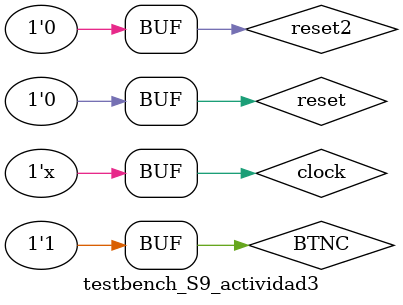
<source format=sv>
`timescale 1ns / 1ps


module testbench_S9_actividad3();
    //// Inputs ////
    logic        CLK100MHZ;
    logic        reset;
    logic        BTNU, BTND, BTNR, BTNL;
    logic [15:0] SW; // {B,A}

    //// Outputs ////
    logic [6:0]  segments;   // {CA, CB, CC, CD, CE, CF, CG}
    logic [7:0]  anodos;      // {AN7, AN6, AN5, AN4, AN3, AN2, AN1, AN0}
   
    S9_actividad3#() DUT(
        .clock(clock),
        .reset(reset),
        .reset2(reset2),
        .BTNC(BTNC),
        .segments(segments),
        .anodos(anodos)  
    );
    always #5 clock =~clock;
    
    initial begin
    clock = 0;
    BTNC = 1;
    #10 
    BTNC = 0;
    reset = 1;
    reset2 = 1;
    #10;
    BTNC = 1;
    #10
    BTNC = 0;
    #10
    BTNC = 1;
    #10
    BTNC = 0;
    #10
    BTNC = 1;
    reset = 0;
    #10
    BTNC = 0;
    #10
    BTNC = 1;
    #10
    BTNC = 0;
    #10
    BTNC = 1;
    #10
    BTNC = 0;
    #10
    BTNC = 1;
    #10
    BTNC = 0;
    #10
    BTNC = 1;
    #10
    BTNC = 0;
    #10
    BTNC = 1;
    #10
    BTNC = 0;
    #10
    BTNC = 1;
    #10
    BTNC = 0;
    #10
    BTNC = 1;
    #10
    BTNC = 0;
    #10
    BTNC = 1;
    #10
    BTNC = 0;
    #10
    BTNC = 1;
    #10
    BTNC = 0;
    #10
    BTNC = 1;
    #10
    BTNC = 0;
    #10
    BTNC = 1;
    #10
    BTNC = 0;
    #10
    reset2 = 0;
    BTNC = 1;
    #10
    BTNC = 0;
    #10
    BTNC = 1;
    #10
    BTNC = 0;
    #10
    BTNC = 1;
    #100
    BTNC = 0;
    #100
    
    BTNC = 1;
    #100
    BTNC = 0;
    #100
    BTNC = 1;
    #100
    BTNC = 0;
    #100
    BTNC = 1;
    #100
    BTNC = 0;
    #100
    BTNC = 1;
    #100
    BTNC = 0;
    #100
    BTNC = 1;
    #100
    BTNC = 0;
    #100
    BTNC = 1;
 
    
    
    
    end
endmodule

</source>
